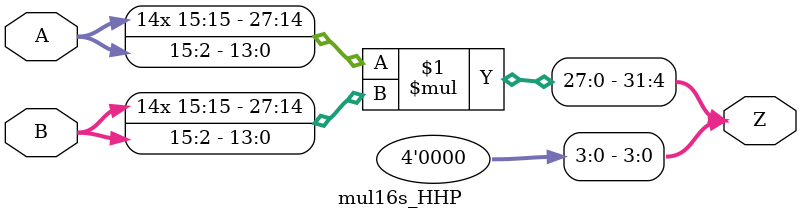
<source format=v>
module mul16s_HHP(	// file.cleaned.mlir:2:3
  input  [15:0] A,	// file.cleaned.mlir:2:28
                B,	// file.cleaned.mlir:2:41
  output [31:0] Z	// file.cleaned.mlir:2:55
);

  assign Z = {{{14{A[15]}}, A[15:2]} * {{14{B[15]}}, B[15:2]}, 4'h0};	// file.cleaned.mlir:3:14, :4:10, :5:10, :6:10, :7:10, :8:10, :9:10, :10:10, :11:10, :12:10, :13:10, :14:5
endmodule


</source>
